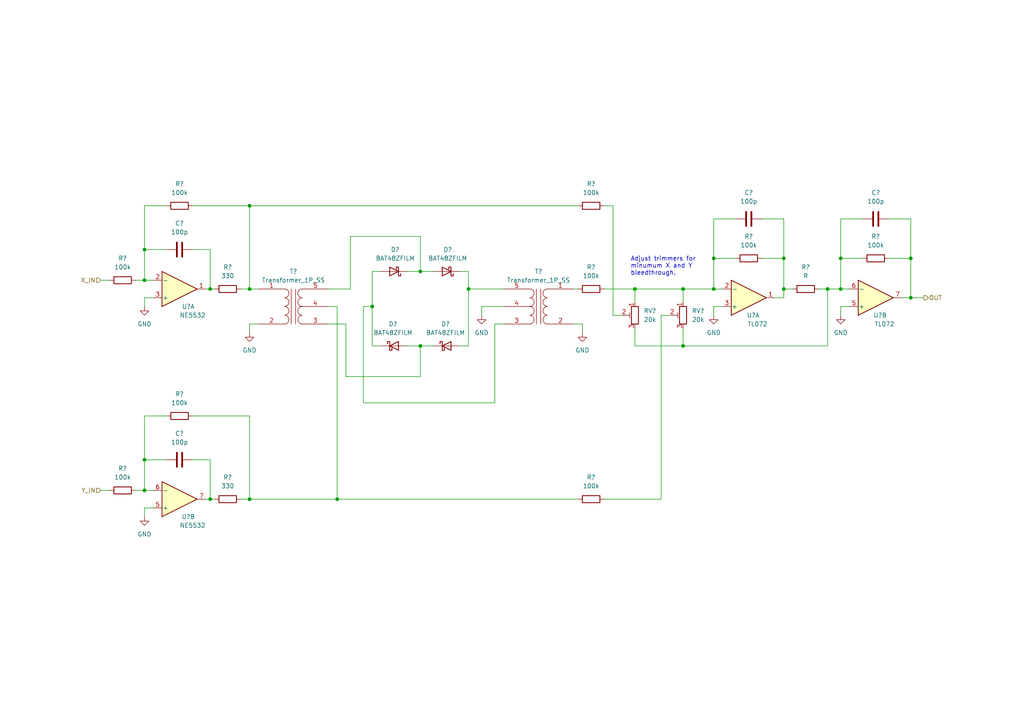
<source format=kicad_sch>
(kicad_sch (version 20211123) (generator eeschema)
  (paper "A4")
  (title_block (title "Josh Ox Ribon Synth Main VCO board") (date "2022-06-18") (rev "0") (comment 2 "creativecommons.org/licences/by/4.0") (comment 3 "license: CC by 4.0") (comment 4 "Author: Jordan Acete"))
  (lib_symbols
    (symbol "Amplifier_Operational:NE5532" (pin_names (offset 0.127))
      (property "Reference" "U" (at 0 5.08 0))
      (property "Value" "NE5532" (at 0 -5.08 0))
      (symbol "NE5532_1_1"
        (polyline (pts (xy -5.08 5.08) (xy 5.08 0) (xy -5.08 -5.08) (xy -5.08 5.08)) (stroke (width 0.254)) (fill (type background)))
        (pin output line (at 7.62 0 180) (length 2.54) (name "~") (number "1"))
        (pin input line (at -7.62 -2.54 0) (length 2.54) (name "-") (number "2"))
        (pin input line (at -7.62 2.54 0) (length 2.54) (name "+") (number "3"))
      )
      (symbol "NE5532_2_1"
        (polyline (pts (xy -5.08 5.08) (xy 5.08 0) (xy -5.08 -5.08) (xy -5.08 5.08)) (stroke (width 0.254)) (fill (type background)))
        (pin input line (at -7.62 2.54 0) (length 2.54) (name "+") (number "5"))
        (pin input line (at -7.62 -2.54 0) (length 2.54) (name "-") (number "6"))
        (pin output line (at 7.62 0 180) (length 2.54) (name "~") (number "7"))
      )
      (symbol "NE5532_3_1"
        (pin power_in line (at -2.54 -7.62 90) (length 3.81) (name "V-") (number "4"))
        (pin power_in line (at -2.54 7.62 270) (length 3.81) (name "V+") (number "8"))
      )
    )
    (symbol "Amplifier_Operational:TL072" (pin_names (offset 0.127))
      (property "Reference" "U" (at 0 5.08 0))
      (property "Value" "TL072" (at 0 -5.08 0))
      (symbol "TL072_1_1"
        (polyline (pts (xy -5.08 5.08) (xy 5.08 0) (xy -5.08 -5.08) (xy -5.08 5.08)) (stroke (width 0.254)) (fill (type background)))
        (pin output line (at 7.62 0 180) (length 2.54) (name "~") (number "1"))
        (pin input line (at -7.62 -2.54 0) (length 2.54) (name "-") (number "2"))
        (pin input line (at -7.62 2.54 0) (length 2.54) (name "+") (number "3"))
      )
      (symbol "TL072_2_1"
        (polyline (pts (xy -5.08 5.08) (xy 5.08 0) (xy -5.08 -5.08) (xy -5.08 5.08)) (stroke (width 0.254)) (fill (type background)))
        (pin input line (at -7.62 2.54 0) (length 2.54) (name "+") (number "5"))
        (pin input line (at -7.62 -2.54 0) (length 2.54) (name "-") (number "6"))
        (pin output line (at 7.62 0 180) (length 2.54) (name "~") (number "7"))
      )
      (symbol "TL072_3_1"
        (pin power_in line (at -2.54 -7.62 90) (length 3.81) (name "V-") (number "4"))
        (pin power_in line (at -2.54 7.62 270) (length 3.81) (name "V+") (number "8"))
      )
    )
    (symbol "Device:C" (pin_numbers hide) (pin_names (offset 0.254))
      (property "Reference" "C" (at 0.635 2.54 0))
      (property "Value" "C" (at 0.635 -2.54 0))
      (symbol "C_0_1"
        (polyline (pts (xy -2.032 -0.762) (xy 2.032 -0.762)) (stroke (width 0.508)))
        (polyline (pts (xy -2.032 0.762) (xy 2.032 0.762)) (stroke (width 0.508)))
      )
      (symbol "C_1_1"
        (pin passive line (at 0 3.81 270) (length 2.794) (name "~") (number "1"))
        (pin passive line (at 0 -3.81 90) (length 2.794) (name "~") (number "2"))
      )
    )
    (symbol "Device:R" (pin_numbers hide) (pin_names (offset 0))
      (property "Reference" "R" (at 2.032 0 90))
      (property "Value" "R" (at 0 0 90))
      (symbol "R_0_1"
        (rectangle (start -1.016 -2.54) (end 1.016 2.54) (stroke (width 0.254)))
      )
      (symbol "R_1_1"
        (pin passive line (at 0 3.81 270) (length 1.27) (name "~") (number "1"))
        (pin passive line (at 0 -3.81 90) (length 1.27) (name "~") (number "2"))
      )
    )
    (symbol "Device:R_Potentiometer_Trim" (pin_names (offset 1.016) hide)
      (property "Reference" "RV" (at -4.445 0 90))
      (property "Value" "R_Potentiometer_Trim" (at -2.54 0 90))
      (symbol "R_Potentiometer_Trim_0_1"
        (polyline (pts (xy 1.524 0.762) (xy 1.524 -0.762)))
        (polyline (pts (xy 2.54 0) (xy 1.524 0)))
        (rectangle (start 1.016 2.54) (end -1.016 -2.54) (stroke (width 0.254)))
      )
      (symbol "R_Potentiometer_Trim_1_1"
        (pin passive line (at 0 3.81 270) (length 1.27) (name "1") (number "1"))
        (pin passive line (at 3.81 0 180) (length 1.27) (name "2") (number "2"))
        (pin passive line (at 0 -3.81 90) (length 1.27) (name "3") (number "3"))
      )
    )
    (symbol "Device:Transformer_1P_SS" (pin_names (offset 1.016) hide)
      (property "Reference" "T" (at 0 6.35 0))
      (property "Value" "Transformer_1P_SS" (at 0 -7.62 0))
      (symbol "Transformer_1P_SS_0_1"
        (arc (start -2.54 -5.0546) (mid -1.6599 -4.6901) (end -1.27 -3.81))
        (arc (start -2.54 -2.5146) (mid -1.6599 -2.1501) (end -1.27 -1.27))
        (arc (start -2.54 0.0254) (mid -1.6599 0.3899) (end -1.27 1.27))
        (arc (start -2.54 2.5654) (mid -1.6599 2.9299) (end -1.27 3.81))
        (arc (start -1.27 -3.81) (mid -1.642 -2.912) (end -2.54 -2.54))
        (arc (start -1.27 -1.27) (mid -1.642 -0.372) (end -2.54 0))
        (arc (start -1.27 1.27) (mid -1.642 2.168) (end -2.54 2.54))
        (arc (start -1.27 3.81) (mid -1.642 4.708) (end -2.54 5.08))
        (polyline (pts (xy -0.635 5.08) (xy -0.635 -5.08)))
        (polyline (pts (xy 0.635 -5.08) (xy 0.635 5.08)))
        (arc (start 1.2954 -1.27) (mid 1.6599 -2.1501) (end 2.54 -2.5146))
        (arc (start 1.2954 1.27) (mid 1.6599 0.3899) (end 2.54 0.0254))
        (arc (start 1.2954 3.81) (mid 1.6599 2.9299) (end 2.54 2.5654))
        (arc (start 1.3208 -3.81) (mid 1.6853 -4.6901) (end 2.5654 -5.0546))
        (arc (start 2.54 0) (mid 1.642 -0.372) (end 1.2954 -1.27))
        (arc (start 2.54 2.54) (mid 1.642 2.168) (end 1.2954 1.27))
        (arc (start 2.54 5.08) (mid 1.642 4.708) (end 1.2954 3.81))
        (arc (start 2.5654 -2.54) (mid 1.6674 -2.912) (end 1.3208 -3.81))
      )
      (symbol "Transformer_1P_SS_1_1"
        (pin passive line (at -10.16 5.08 0) (length 7.62) (name "AA") (number "1"))
        (pin passive line (at -10.16 -5.08 0) (length 7.62) (name "AB") (number "2"))
        (pin passive line (at 10.16 -5.08 180) (length 7.62) (name "SA") (number "3"))
        (pin passive line (at 10.16 0 180) (length 7.62) (name "SC") (number "4"))
        (pin passive line (at 10.16 5.08 180) (length 7.62) (name "SB") (number "5"))
      )
    )
    (symbol "Diode:BAT48ZFILM" (pin_numbers hide) (pin_names (offset 1.016) hide)
      (property "Reference" "D" (at 0 2.54 0))
      (property "Value" "BAT48ZFILM" (at 0 -2.54 0))
      (symbol "BAT48ZFILM_0_1"
        (polyline (pts (xy 1.27 0) (xy -1.27 0)))
        (polyline (pts (xy 1.27 1.27) (xy 1.27 -1.27) (xy -1.27 0) (xy 1.27 1.27)) (stroke (width 0.254)))
        (polyline (pts (xy -1.905 0.635) (xy -1.905 1.27) (xy -1.27 1.27) (xy -1.27 -1.27) (xy -0.635 -1.27) (xy -0.635 -0.635)) (stroke (width 0.254)))
      )
      (symbol "BAT48ZFILM_1_1"
        (pin passive line (at -3.81 0 0) (length 2.54) (name "K") (number "1"))
        (pin passive line (at 3.81 0 180) (length 2.54) (name "A") (number "2"))
      )
    )
    (symbol "power:GND" (power) (pin_names (offset 0))
      (property "Value" "GND" (at 0 -3.81 0))
      (symbol "GND_0_1"
        (polyline (pts (xy 0 0) (xy 0 -1.27) (xy 1.27 -1.27) (xy 0 -2.54) (xy -1.27 -1.27) (xy 0 -1.27)))
      )
      (symbol "GND_1_1"
        (pin power_in line (at 0 0 270) (length 0) hide (name "GND") (number "1"))
      )
    )
  )
  (junction (at 264.16 86.36))
  (junction (at 60.96 144.78))
  (junction (at 198.12 100.33))
  (junction (at 264.16 74.93))
  (junction (at 227.33 74.93))
  (junction (at 243.84 83.82))
  (junction (at 121.92 78.74))
  (junction (at 184.15 83.82))
  (junction (at 41.91 81.28))
  (junction (at 60.96 83.82))
  (junction (at 107.95 88.9))
  (junction (at 41.91 142.24))
  (junction (at 41.91 133.35))
  (junction (at 72.39 144.78))
  (junction (at 72.39 59.69))
  (junction (at 97.79 144.78))
  (junction (at 240.03 83.82))
  (junction (at 207.01 74.93))
  (junction (at 243.84 74.93))
  (junction (at 121.92 100.33))
  (junction (at 207.01 83.82))
  (junction (at 135.89 83.82))
  (junction (at 198.12 83.82))
  (junction (at 72.39 83.82))
  (junction (at 227.33 83.82))
  (junction (at 41.91 72.39))
  (wire (pts (xy 101.6 83.82) (xy 95.25 83.82)))
  (wire (pts (xy 41.91 133.35) (xy 48.26 133.35)))
  (wire (pts (xy 261.62 86.36) (xy 264.16 86.36)))
  (wire (pts (xy 227.33 74.93) (xy 227.33 63.5)))
  (wire (pts (xy 29.21 142.24) (xy 31.75 142.24)))
  (wire (pts (xy 184.15 95.25) (xy 184.15 100.33)))
  (wire (pts (xy 39.37 142.24) (xy 41.91 142.24)))
  (wire (pts (xy 139.7 91.44) (xy 139.7 88.9)))
  (wire (pts (xy 97.79 144.78) (xy 167.64 144.78)))
  (wire (pts (xy 107.95 78.74) (xy 107.95 88.9)))
  (wire (pts (xy 207.01 83.82) (xy 207.01 74.93)))
  (wire (pts (xy 121.92 100.33) (xy 125.73 100.33)))
  (wire (pts (xy 72.39 144.78) (xy 72.39 120.65)))
  (wire (pts (xy 264.16 86.36) (xy 264.16 74.93)))
  (wire (pts (xy 180.34 91.44) (xy 177.8 91.44)))
  (wire (pts (xy 121.92 100.33) (xy 121.92 109.22)))
  (wire (pts (xy 60.96 72.39) (xy 55.88 72.39)))
  (wire (pts (xy 168.91 93.98) (xy 166.37 93.98)))
  (wire (pts (xy 207.01 63.5) (xy 213.36 63.5)))
  (wire (pts (xy 95.25 88.9) (xy 97.79 88.9)))
  (wire (pts (xy 101.6 68.58) (xy 101.6 83.82)))
  (wire (pts (xy 207.01 88.9) (xy 209.55 88.9)))
  (wire (pts (xy 264.16 63.5) (xy 257.81 63.5)))
  (wire (pts (xy 177.8 59.69) (xy 175.26 59.69)))
  (wire (pts (xy 100.33 93.98) (xy 95.25 93.98)))
  (wire (pts (xy 198.12 100.33) (xy 198.12 95.25)))
  (wire (pts (xy 168.91 96.52) (xy 168.91 93.98)))
  (wire (pts (xy 220.98 74.93) (xy 227.33 74.93)))
  (wire (pts (xy 243.84 74.93) (xy 243.84 63.5)))
  (wire (pts (xy 110.49 78.74) (xy 107.95 78.74)))
  (wire (pts (xy 100.33 109.22) (xy 100.33 93.98)))
  (wire (pts (xy 264.16 74.93) (xy 264.16 63.5)))
  (wire (pts (xy 105.41 88.9) (xy 107.95 88.9)))
  (wire (pts (xy 243.84 83.82) (xy 243.84 74.93)))
  (wire (pts (xy 243.84 74.93) (xy 250.19 74.93)))
  (wire (pts (xy 243.84 91.44) (xy 243.84 88.9)))
  (wire (pts (xy 60.96 133.35) (xy 55.88 133.35)))
  (wire (pts (xy 198.12 83.82) (xy 198.12 87.63)))
  (wire (pts (xy 264.16 86.36) (xy 267.97 86.36)))
  (wire (pts (xy 39.37 81.28) (xy 41.91 81.28)))
  (wire (pts (xy 240.03 83.82) (xy 243.84 83.82)))
  (wire (pts (xy 44.45 142.24) (xy 41.91 142.24)))
  (wire (pts (xy 41.91 88.9) (xy 41.91 86.36)))
  (wire (pts (xy 60.96 83.82) (xy 62.23 83.82)))
  (wire (pts (xy 227.33 83.82) (xy 227.33 74.93)))
  (wire (pts (xy 143.51 116.84) (xy 143.51 93.98)))
  (wire (pts (xy 121.92 78.74) (xy 121.92 68.58)))
  (wire (pts (xy 243.84 88.9) (xy 246.38 88.9)))
  (wire (pts (xy 191.77 91.44) (xy 191.77 144.78)))
  (wire (pts (xy 118.11 78.74) (xy 121.92 78.74)))
  (wire (pts (xy 107.95 100.33) (xy 110.49 100.33)))
  (wire (pts (xy 41.91 72.39) (xy 41.91 59.69)))
  (wire (pts (xy 237.49 83.82) (xy 240.03 83.82)))
  (wire (pts (xy 257.81 74.93) (xy 264.16 74.93)))
  (wire (pts (xy 41.91 120.65) (xy 48.26 120.65)))
  (wire (pts (xy 60.96 144.78) (xy 60.96 133.35)))
  (wire (pts (xy 191.77 144.78) (xy 175.26 144.78)))
  (wire (pts (xy 209.55 83.82) (xy 207.01 83.82)))
  (wire (pts (xy 135.89 78.74) (xy 135.89 83.82)))
  (wire (pts (xy 41.91 133.35) (xy 41.91 120.65)))
  (wire (pts (xy 55.88 59.69) (xy 72.39 59.69)))
  (wire (pts (xy 121.92 68.58) (xy 101.6 68.58)))
  (wire (pts (xy 60.96 83.82) (xy 60.96 72.39)))
  (wire (pts (xy 224.79 86.36) (xy 227.33 86.36)))
  (wire (pts (xy 207.01 74.93) (xy 213.36 74.93)))
  (wire (pts (xy 41.91 86.36) (xy 44.45 86.36)))
  (wire (pts (xy 243.84 63.5) (xy 250.19 63.5)))
  (wire (pts (xy 41.91 149.86) (xy 41.91 147.32)))
  (wire (pts (xy 72.39 144.78) (xy 97.79 144.78)))
  (wire (pts (xy 69.85 144.78) (xy 72.39 144.78)))
  (wire (pts (xy 175.26 83.82) (xy 184.15 83.82)))
  (wire (pts (xy 105.41 116.84) (xy 143.51 116.84)))
  (wire (pts (xy 133.35 78.74) (xy 135.89 78.74)))
  (wire (pts (xy 143.51 93.98) (xy 146.05 93.98)))
  (wire (pts (xy 41.91 81.28) (xy 41.91 72.39)))
  (wire (pts (xy 184.15 83.82) (xy 184.15 87.63)))
  (wire (pts (xy 227.33 63.5) (xy 220.98 63.5)))
  (wire (pts (xy 139.7 88.9) (xy 146.05 88.9)))
  (wire (pts (xy 177.8 91.44) (xy 177.8 59.69)))
  (wire (pts (xy 97.79 88.9) (xy 97.79 144.78)))
  (wire (pts (xy 59.69 144.78) (xy 60.96 144.78)))
  (wire (pts (xy 55.88 120.65) (xy 72.39 120.65)))
  (wire (pts (xy 121.92 78.74) (xy 125.73 78.74)))
  (wire (pts (xy 194.31 91.44) (xy 191.77 91.44)))
  (wire (pts (xy 41.91 142.24) (xy 41.91 133.35)))
  (wire (pts (xy 41.91 72.39) (xy 48.26 72.39)))
  (wire (pts (xy 135.89 83.82) (xy 135.89 100.33)))
  (wire (pts (xy 118.11 100.33) (xy 121.92 100.33)))
  (wire (pts (xy 166.37 83.82) (xy 167.64 83.82)))
  (wire (pts (xy 198.12 100.33) (xy 240.03 100.33)))
  (wire (pts (xy 246.38 83.82) (xy 243.84 83.82)))
  (wire (pts (xy 69.85 83.82) (xy 72.39 83.82)))
  (wire (pts (xy 207.01 91.44) (xy 207.01 88.9)))
  (wire (pts (xy 29.21 81.28) (xy 31.75 81.28)))
  (wire (pts (xy 227.33 83.82) (xy 229.87 83.82)))
  (wire (pts (xy 135.89 100.33) (xy 133.35 100.33)))
  (wire (pts (xy 105.41 88.9) (xy 105.41 116.84)))
  (wire (pts (xy 60.96 144.78) (xy 62.23 144.78)))
  (wire (pts (xy 167.64 59.69) (xy 72.39 59.69)))
  (wire (pts (xy 59.69 83.82) (xy 60.96 83.82)))
  (wire (pts (xy 107.95 88.9) (xy 107.95 100.33)))
  (wire (pts (xy 121.92 109.22) (xy 100.33 109.22)))
  (wire (pts (xy 41.91 147.32) (xy 44.45 147.32)))
  (wire (pts (xy 44.45 81.28) (xy 41.91 81.28)))
  (wire (pts (xy 184.15 100.33) (xy 198.12 100.33)))
  (wire (pts (xy 240.03 100.33) (xy 240.03 83.82)))
  (wire (pts (xy 207.01 74.93) (xy 207.01 63.5)))
  (wire (pts (xy 72.39 96.52) (xy 72.39 93.98)))
  (wire (pts (xy 72.39 93.98) (xy 74.93 93.98)))
  (wire (pts (xy 198.12 83.82) (xy 207.01 83.82)))
  (wire (pts (xy 72.39 83.82) (xy 74.93 83.82)))
  (wire (pts (xy 135.89 83.82) (xy 146.05 83.82)))
  (wire (pts (xy 41.91 59.69) (xy 48.26 59.69)))
  (wire (pts (xy 184.15 83.82) (xy 198.12 83.82)))
  (wire (pts (xy 72.39 59.69) (xy 72.39 83.82)))
  (wire (pts (xy 227.33 86.36) (xy 227.33 83.82)))
  (text "Adjust trimmers for\nminumum X and Y \nbleedthrough.\n" (at 182.88 80.01 0) (effects (font (size 1.27 1.27)) (justify left bottom)))
  (hierarchical_label "X_IN" (shape input) (at 29.21 81.28 180))
  (hierarchical_label "OUT" (shape output) (at 267.97 86.36 0))
  (hierarchical_label "Y_IN" (shape input) (at 29.21 142.24 180))
  (symbol (lib_id "Device:R") (at 35.56 81.28 90) (unit 1)
    (property "Reference" "R?" (at 35.56 74.93 90))
    (property "Value" "100k" (at 35.56 77.47 90))
  )
  (symbol (lib_id "Diode:BAT48ZFILM") (at 129.54 100.33 0) (unit 1)
    (property "Reference" "D?" (at 129.2225 93.98 0))
    (property "Value" "BAT48ZFILM" (at 129.2225 96.52 0))
    (property "Footprint" "Diode_SMD:D_SOD-123" (effects hide))
    (property "Datasheet" "www.st.com/resource/en/datasheet/bat48.pdf" (effects hide))
  )
  (symbol (lib_id "Device:R") (at 171.45 59.69 90) (unit 1)
    (property "Reference" "R?" (at 171.45 53.34 90))
    (property "Value" "100k" (at 171.45 55.88 90))
  )
  (symbol (lib_id "Device:R") (at 66.04 83.82 90) (unit 1)
    (property "Reference" "R?" (at 66.04 77.47 90))
    (property "Value" "330" (at 66.04 80.01 90))
  )
  (symbol (lib_id "Device:R") (at 254 74.93 90) (unit 1)
    (property "Reference" "R?" (at 254 68.58 90))
    (property "Value" "100k" (at 254 71.12 90))
  )
  (symbol (lib_id "power:GND") (at 207.01 91.44 0) (unit 1)
    (property "Reference" "#PWR?" (effects hide))
    (property "Value" "GND" (at 207.01 96.52 0))
  )
  (symbol (lib_id "power:GND") (at 72.39 96.52 0) (unit 1)
    (property "Reference" "#PWR?" (effects hide))
    (property "Value" "GND" (at 72.39 101.6 0))
  )
  (symbol (lib_id "Device:R") (at 171.45 83.82 90) (unit 1)
    (property "Reference" "R?" (at 171.45 77.47 90))
    (property "Value" "100k" (at 171.45 80.01 90))
  )
  (symbol (lib_id "Device:R_Potentiometer_Trim") (at 184.15 91.44 0) (mirror y) (unit 1)
    (property "Reference" "RV?" (at 186.69 90.1699 0) (effects (justify right)))
    (property "Value" "20k" (at 186.69 92.7099 0) (effects (justify right)))
  )
  (symbol (lib_id "power:GND") (at 41.91 149.86 0) (unit 1)
    (property "Reference" "#PWR?" (effects hide))
    (property "Value" "GND" (at 41.91 154.94 0))
  )
  (symbol (lib_id "power:GND") (at 41.91 88.9 0) (unit 1)
    (property "Reference" "#PWR?" (effects hide))
    (property "Value" "GND" (at 41.91 93.98 0))
  )
  (symbol (lib_id "Device:C") (at 254 63.5 90) (unit 1)
    (property "Reference" "C?" (at 254 55.88 90))
    (property "Value" "100p" (at 254 58.42 90))
  )
  (symbol (lib_id "Device:R") (at 171.45 144.78 90) (unit 1)
    (property "Reference" "R?" (at 171.45 138.43 90))
    (property "Value" "100k" (at 171.45 140.97 90))
  )
  (symbol (lib_id "Device:R_Potentiometer_Trim") (at 198.12 91.44 0) (mirror y) (unit 1)
    (property "Reference" "RV?" (at 200.66 90.1699 0) (effects (justify right)))
    (property "Value" "20k" (at 200.66 92.7099 0) (effects (justify right)))
  )
  (symbol (lib_id "Device:Transformer_1P_SS") (at 85.09 88.9 0) (unit 1)
    (property "Reference" "T?" (at 85.1027 78.74 0))
    (property "Value" "Transformer_1P_SS" (at 85.1027 81.28 0))
  )
  (symbol (lib_id "Device:Transformer_1P_SS") (at 156.21 88.9 0) (mirror y) (unit 1)
    (property "Reference" "T?" (at 156.1973 78.74 0))
    (property "Value" "Transformer_1P_SS" (at 156.1973 81.28 0))
  )
  (symbol (lib_id "Device:R") (at 233.68 83.82 90) (unit 1)
    (property "Reference" "R?" (at 233.68 77.47 90))
    (property "Value" "R" (at 233.68 80.01 90))
  )
  (symbol (lib_id "Amplifier_Operational:TL072") (at 254 86.36 0) (mirror x) (unit 2)
    (property "Reference" "U?" (at 255.27 91.44 0))
    (property "Value" "TL072" (at 256.54 93.98 0))
    (property "Datasheet" "http://www.ti.com/lit/ds/symlink/tl071.pdf" (effects hide))
  )
  (symbol (lib_id "Device:C") (at 52.07 133.35 90) (unit 1)
    (property "Reference" "C?" (at 52.07 125.73 90))
    (property "Value" "100p" (at 52.07 128.27 90))
  )
  (symbol (lib_id "Diode:BAT48ZFILM") (at 114.3 100.33 0) (unit 1)
    (property "Reference" "D?" (at 113.9825 93.98 0))
    (property "Value" "BAT48ZFILM" (at 113.9825 96.52 0))
    (property "Footprint" "Diode_SMD:D_SOD-123" (effects hide))
    (property "Datasheet" "www.st.com/resource/en/datasheet/bat48.pdf" (effects hide))
  )
  (symbol (lib_id "Amplifier_Operational:TL072") (at 217.17 86.36 0) (mirror x) (unit 1)
    (property "Reference" "U?" (at 218.44 91.44 0))
    (property "Value" "TL072" (at 219.71 93.98 0))
    (property "Datasheet" "http://www.ti.com/lit/ds/symlink/tl071.pdf" (effects hide))
  )
  (symbol (lib_id "Device:R") (at 52.07 59.69 90) (unit 1)
    (property "Reference" "R?" (at 52.07 53.34 90))
    (property "Value" "100k" (at 52.07 55.88 90))
  )
  (symbol (lib_id "power:GND") (at 168.91 96.52 0) (mirror y) (unit 1)
    (property "Reference" "#PWR?" (effects hide))
    (property "Value" "GND" (at 168.91 101.6 0))
  )
  (symbol (lib_id "Amplifier_Operational:NE5532") (at 52.07 83.82 0) (mirror x) (unit 1)
    (property "Reference" "U?" (at 54.61 88.9 0))
    (property "Value" "NE5532" (at 55.88 91.44 0))
    (property "Datasheet" "http://www.ti.com/lit/ds/symlink/ne5532.pdf" (effects hide))
  )
  (symbol (lib_id "Diode:BAT48ZFILM") (at 129.54 78.74 180) (unit 1)
    (property "Reference" "D?" (at 129.8575 72.39 0))
    (property "Value" "BAT48ZFILM" (at 129.8575 74.93 0))
    (property "Footprint" "Diode_SMD:D_SOD-123" (effects hide))
    (property "Datasheet" "www.st.com/resource/en/datasheet/bat48.pdf" (effects hide))
  )
  (symbol (lib_id "Amplifier_Operational:NE5532") (at 52.07 144.78 0) (mirror x) (unit 2)
    (property "Reference" "U?" (at 54.61 149.86 0))
    (property "Value" "NE5532" (at 55.88 152.4 0))
    (property "Datasheet" "http://www.ti.com/lit/ds/symlink/ne5532.pdf" (effects hide))
  )
  (symbol (lib_id "Device:C") (at 52.07 72.39 90) (unit 1)
    (property "Reference" "C?" (at 52.07 64.77 90))
    (property "Value" "100p" (at 52.07 67.31 90))
  )
  (symbol (lib_id "power:GND") (at 243.84 91.44 0) (unit 1)
    (property "Reference" "#PWR?" (effects hide))
    (property "Value" "GND" (at 243.84 96.52 0))
  )
  (symbol (lib_id "Device:R") (at 66.04 144.78 90) (unit 1)
    (property "Reference" "R?" (at 66.04 138.43 90))
    (property "Value" "330" (at 66.04 140.97 90))
  )
  (symbol (lib_id "Device:R") (at 217.17 74.93 90) (unit 1)
    (property "Reference" "R?" (at 217.17 68.58 90))
    (property "Value" "100k" (at 217.17 71.12 90))
  )
  (symbol (lib_id "Diode:BAT48ZFILM") (at 114.3 78.74 180) (unit 1)
    (property "Reference" "D?" (at 114.6175 72.39 0))
    (property "Value" "BAT48ZFILM" (at 114.6175 74.93 0))
    (property "Footprint" "Diode_SMD:D_SOD-123" (effects hide))
    (property "Datasheet" "www.st.com/resource/en/datasheet/bat48.pdf" (effects hide))
  )
  (symbol (lib_id "power:GND") (at 139.7 91.44 0) (unit 1)
    (property "Reference" "#PWR?" (effects hide))
    (property "Value" "GND" (at 139.7 96.52 0))
  )
  (symbol (lib_id "Device:R") (at 52.07 120.65 90) (unit 1)
    (property "Reference" "R?" (at 52.07 114.3 90))
    (property "Value" "100k" (at 52.07 116.84 90))
  )
  (symbol (lib_id "Device:R") (at 35.56 142.24 90) (unit 1)
    (property "Reference" "R?" (at 35.56 135.89 90))
    (property "Value" "100k" (at 35.56 138.43 90))
  )
  (symbol (lib_id "Device:C") (at 217.17 63.5 90) (unit 1)
    (property "Reference" "C?" (at 217.17 55.88 90))
    (property "Value" "100p" (at 217.17 58.42 90))
  )
)
</source>
